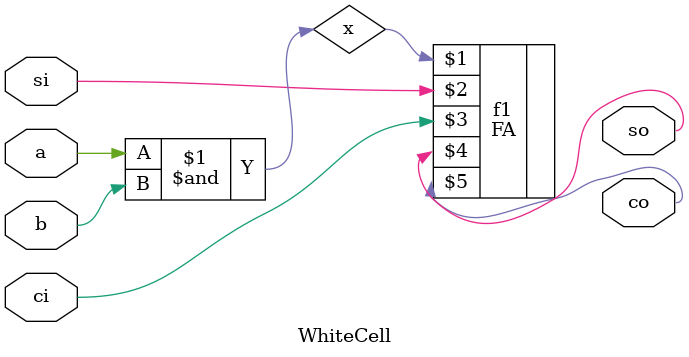
<source format=v>
module WhiteCell(a,b,si,ci,so,co);
	input a,b,si,ci;
	output so,co;
	wire x;
	and (x,a,b);
	FA f1(x,si,ci,so,co);
endmodule
</source>
